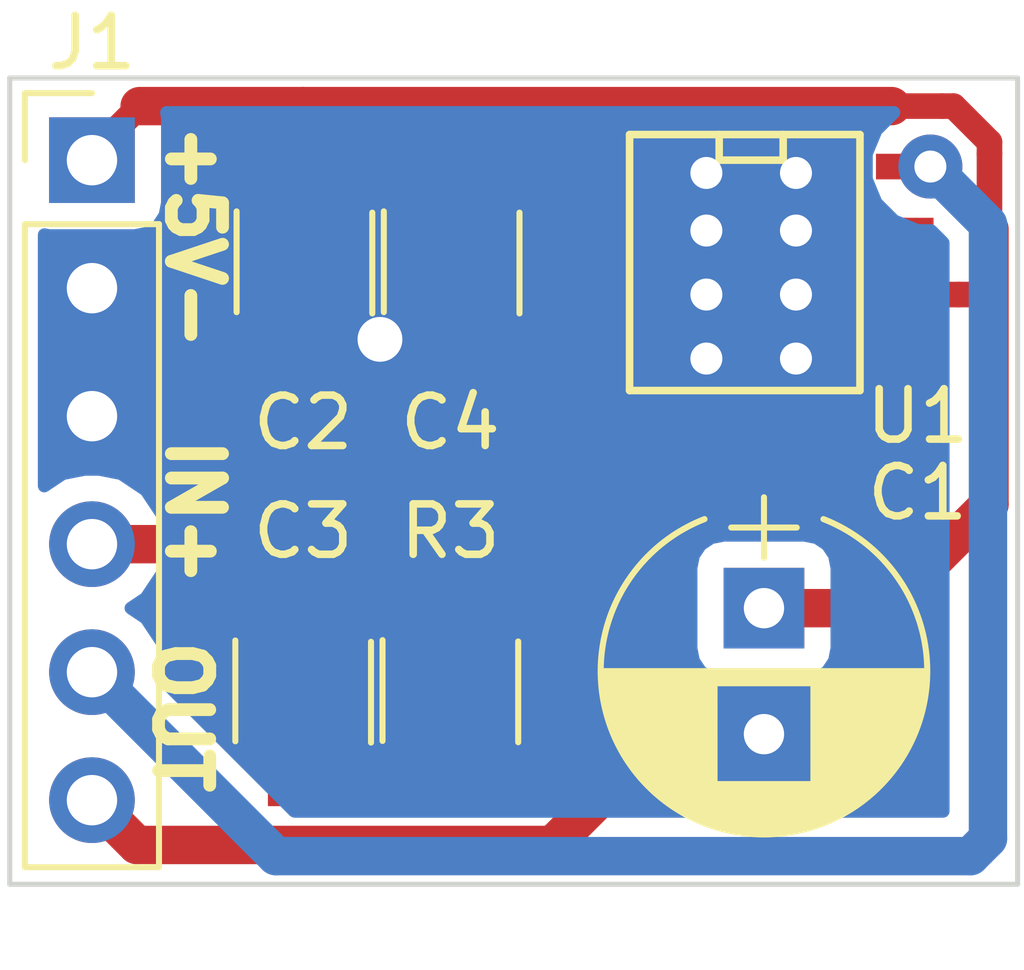
<source format=kicad_pcb>
(kicad_pcb (version 20171130) (host pcbnew "(5.0.0-rc2-dev-107-g49486b83b)")

  (general
    (thickness 1.6)
    (drawings 7)
    (tracks 69)
    (zones 0)
    (modules 7)
    (nets 9)
  )

  (page A4)
  (layers
    (0 F.Cu signal)
    (31 B.Cu signal)
    (32 B.Adhes user)
    (33 F.Adhes user)
    (34 B.Paste user)
    (35 F.Paste user)
    (36 B.SilkS user)
    (37 F.SilkS user)
    (38 B.Mask user)
    (39 F.Mask user)
    (40 Dwgs.User user)
    (41 Cmts.User user)
    (42 Eco1.User user)
    (43 Eco2.User user)
    (44 Edge.Cuts user)
    (45 Margin user)
    (46 B.CrtYd user)
    (47 F.CrtYd user)
    (48 B.Fab user)
    (49 F.Fab user)
  )

  (setup
    (last_trace_width 0.762)
    (user_trace_width 0.254)
    (user_trace_width 0.508)
    (user_trace_width 0.762)
    (user_trace_width 1.016)
    (user_trace_width 1.27)
    (user_trace_width 1.524)
    (user_trace_width 1.778)
    (user_trace_width 2.032)
    (trace_clearance 0.2)
    (zone_clearance 0.508)
    (zone_45_only no)
    (trace_min 0.2)
    (segment_width 0.2)
    (edge_width 0.1)
    (via_size 0.8)
    (via_drill 0.4)
    (via_min_size 0.4)
    (via_min_drill 0.3)
    (user_via 0.635 0.3048)
    (user_via 0.762 0.381)
    (user_via 1.016 0.508)
    (user_via 1.27 0.635)
    (user_via 1.524 0.762)
    (user_via 1.778 0.889)
    (user_via 2.032 1.016)
    (user_via 2.286 1.143)
    (uvia_size 0.3)
    (uvia_drill 0.1)
    (uvias_allowed no)
    (uvia_min_size 0.2)
    (uvia_min_drill 0.1)
    (pcb_text_width 0.3)
    (pcb_text_size 1.5 1.5)
    (mod_edge_width 0.15)
    (mod_text_size 1 1)
    (mod_text_width 0.15)
    (pad_size 1.6 1.6)
    (pad_drill 0.8)
    (pad_to_mask_clearance 0)
    (aux_axis_origin 0 0)
    (visible_elements 7FFFFFFF)
    (pcbplotparams
      (layerselection 0x010fc_ffffffff)
      (usegerberextensions false)
      (usegerberattributes false)
      (usegerberadvancedattributes false)
      (creategerberjobfile false)
      (excludeedgelayer true)
      (linewidth 0.100000)
      (plotframeref false)
      (viasonmask false)
      (mode 1)
      (useauxorigin false)
      (hpglpennumber 1)
      (hpglpenspeed 20)
      (hpglpendiameter 15)
      (psnegative false)
      (psa4output false)
      (plotreference true)
      (plotvalue true)
      (plotinvisibletext false)
      (padsonsilk false)
      (subtractmaskfromsilk false)
      (outputformat 1)
      (mirror false)
      (drillshape 1)
      (scaleselection 1)
      (outputdirectory ""))
  )

  (net 0 "")
  (net 1 /VCC)
  (net 2 /GND)
  (net 3 /VIN)
  (net 4 "Net-(C3-Pad1)")
  (net 5 "Net-(C4-Pad1)")
  (net 6 "Net-(R3-Pad1)")
  (net 7 /VO1)
  (net 8 /VO2)

  (net_class Default "This is the default net class."
    (clearance 0.2)
    (trace_width 0.25)
    (via_dia 0.8)
    (via_drill 0.4)
    (uvia_dia 0.3)
    (uvia_drill 0.1)
    (add_net /GND)
    (add_net /VCC)
    (add_net /VIN)
    (add_net /VO1)
    (add_net /VO2)
    (add_net "Net-(C3-Pad1)")
    (add_net "Net-(C4-Pad1)")
    (add_net "Net-(R3-Pad1)")
  )

  (module Capacitors_ThroughHole:CP_Radial_D6.3mm_P2.50mm (layer F.Cu) (tedit 5AA484B8) (tstamp 5AA3DBE0)
    (at 116.967 104.521 270)
    (descr "CP, Radial series, Radial, pin pitch=2.50mm, , diameter=6.3mm, Electrolytic Capacitor")
    (tags "CP Radial series Radial pin pitch 2.50mm  diameter 6.3mm Electrolytic Capacitor")
    (path /5A8BBFCE)
    (fp_text reference C1 (at -2.286 -3.048) (layer F.SilkS)
      (effects (font (size 1 1) (thickness 0.15)))
    )
    (fp_text value 470uF (at 1.27 -4.318 270) (layer F.Fab)
      (effects (font (size 1 1) (thickness 0.15)))
    )
    (fp_arc (start 1.25 0) (end -1.767482 -1.18) (angle 137.3) (layer F.SilkS) (width 0.12))
    (fp_arc (start 1.25 0) (end -1.767482 1.18) (angle -137.3) (layer F.SilkS) (width 0.12))
    (fp_arc (start 1.25 0) (end 4.267482 -1.18) (angle 42.7) (layer F.SilkS) (width 0.12))
    (fp_circle (center 1.25 0) (end 4.4 0) (layer F.Fab) (width 0.1))
    (fp_line (start -2.2 0) (end -1 0) (layer F.Fab) (width 0.1))
    (fp_line (start -1.6 -0.65) (end -1.6 0.65) (layer F.Fab) (width 0.1))
    (fp_line (start 1.25 -3.2) (end 1.25 3.2) (layer F.SilkS) (width 0.12))
    (fp_line (start 1.29 -3.2) (end 1.29 3.2) (layer F.SilkS) (width 0.12))
    (fp_line (start 1.33 -3.2) (end 1.33 3.2) (layer F.SilkS) (width 0.12))
    (fp_line (start 1.37 -3.198) (end 1.37 3.198) (layer F.SilkS) (width 0.12))
    (fp_line (start 1.41 -3.197) (end 1.41 3.197) (layer F.SilkS) (width 0.12))
    (fp_line (start 1.45 -3.194) (end 1.45 3.194) (layer F.SilkS) (width 0.12))
    (fp_line (start 1.49 -3.192) (end 1.49 3.192) (layer F.SilkS) (width 0.12))
    (fp_line (start 1.53 -3.188) (end 1.53 -0.98) (layer F.SilkS) (width 0.12))
    (fp_line (start 1.53 0.98) (end 1.53 3.188) (layer F.SilkS) (width 0.12))
    (fp_line (start 1.57 -3.185) (end 1.57 -0.98) (layer F.SilkS) (width 0.12))
    (fp_line (start 1.57 0.98) (end 1.57 3.185) (layer F.SilkS) (width 0.12))
    (fp_line (start 1.61 -3.18) (end 1.61 -0.98) (layer F.SilkS) (width 0.12))
    (fp_line (start 1.61 0.98) (end 1.61 3.18) (layer F.SilkS) (width 0.12))
    (fp_line (start 1.65 -3.176) (end 1.65 -0.98) (layer F.SilkS) (width 0.12))
    (fp_line (start 1.65 0.98) (end 1.65 3.176) (layer F.SilkS) (width 0.12))
    (fp_line (start 1.69 -3.17) (end 1.69 -0.98) (layer F.SilkS) (width 0.12))
    (fp_line (start 1.69 0.98) (end 1.69 3.17) (layer F.SilkS) (width 0.12))
    (fp_line (start 1.73 -3.165) (end 1.73 -0.98) (layer F.SilkS) (width 0.12))
    (fp_line (start 1.73 0.98) (end 1.73 3.165) (layer F.SilkS) (width 0.12))
    (fp_line (start 1.77 -3.158) (end 1.77 -0.98) (layer F.SilkS) (width 0.12))
    (fp_line (start 1.77 0.98) (end 1.77 3.158) (layer F.SilkS) (width 0.12))
    (fp_line (start 1.81 -3.152) (end 1.81 -0.98) (layer F.SilkS) (width 0.12))
    (fp_line (start 1.81 0.98) (end 1.81 3.152) (layer F.SilkS) (width 0.12))
    (fp_line (start 1.85 -3.144) (end 1.85 -0.98) (layer F.SilkS) (width 0.12))
    (fp_line (start 1.85 0.98) (end 1.85 3.144) (layer F.SilkS) (width 0.12))
    (fp_line (start 1.89 -3.137) (end 1.89 -0.98) (layer F.SilkS) (width 0.12))
    (fp_line (start 1.89 0.98) (end 1.89 3.137) (layer F.SilkS) (width 0.12))
    (fp_line (start 1.93 -3.128) (end 1.93 -0.98) (layer F.SilkS) (width 0.12))
    (fp_line (start 1.93 0.98) (end 1.93 3.128) (layer F.SilkS) (width 0.12))
    (fp_line (start 1.971 -3.119) (end 1.971 -0.98) (layer F.SilkS) (width 0.12))
    (fp_line (start 1.971 0.98) (end 1.971 3.119) (layer F.SilkS) (width 0.12))
    (fp_line (start 2.011 -3.11) (end 2.011 -0.98) (layer F.SilkS) (width 0.12))
    (fp_line (start 2.011 0.98) (end 2.011 3.11) (layer F.SilkS) (width 0.12))
    (fp_line (start 2.051 -3.1) (end 2.051 -0.98) (layer F.SilkS) (width 0.12))
    (fp_line (start 2.051 0.98) (end 2.051 3.1) (layer F.SilkS) (width 0.12))
    (fp_line (start 2.091 -3.09) (end 2.091 -0.98) (layer F.SilkS) (width 0.12))
    (fp_line (start 2.091 0.98) (end 2.091 3.09) (layer F.SilkS) (width 0.12))
    (fp_line (start 2.131 -3.079) (end 2.131 -0.98) (layer F.SilkS) (width 0.12))
    (fp_line (start 2.131 0.98) (end 2.131 3.079) (layer F.SilkS) (width 0.12))
    (fp_line (start 2.171 -3.067) (end 2.171 -0.98) (layer F.SilkS) (width 0.12))
    (fp_line (start 2.171 0.98) (end 2.171 3.067) (layer F.SilkS) (width 0.12))
    (fp_line (start 2.211 -3.055) (end 2.211 -0.98) (layer F.SilkS) (width 0.12))
    (fp_line (start 2.211 0.98) (end 2.211 3.055) (layer F.SilkS) (width 0.12))
    (fp_line (start 2.251 -3.042) (end 2.251 -0.98) (layer F.SilkS) (width 0.12))
    (fp_line (start 2.251 0.98) (end 2.251 3.042) (layer F.SilkS) (width 0.12))
    (fp_line (start 2.291 -3.029) (end 2.291 -0.98) (layer F.SilkS) (width 0.12))
    (fp_line (start 2.291 0.98) (end 2.291 3.029) (layer F.SilkS) (width 0.12))
    (fp_line (start 2.331 -3.015) (end 2.331 -0.98) (layer F.SilkS) (width 0.12))
    (fp_line (start 2.331 0.98) (end 2.331 3.015) (layer F.SilkS) (width 0.12))
    (fp_line (start 2.371 -3.001) (end 2.371 -0.98) (layer F.SilkS) (width 0.12))
    (fp_line (start 2.371 0.98) (end 2.371 3.001) (layer F.SilkS) (width 0.12))
    (fp_line (start 2.411 -2.986) (end 2.411 -0.98) (layer F.SilkS) (width 0.12))
    (fp_line (start 2.411 0.98) (end 2.411 2.986) (layer F.SilkS) (width 0.12))
    (fp_line (start 2.451 -2.97) (end 2.451 -0.98) (layer F.SilkS) (width 0.12))
    (fp_line (start 2.451 0.98) (end 2.451 2.97) (layer F.SilkS) (width 0.12))
    (fp_line (start 2.491 -2.954) (end 2.491 -0.98) (layer F.SilkS) (width 0.12))
    (fp_line (start 2.491 0.98) (end 2.491 2.954) (layer F.SilkS) (width 0.12))
    (fp_line (start 2.531 -2.937) (end 2.531 -0.98) (layer F.SilkS) (width 0.12))
    (fp_line (start 2.531 0.98) (end 2.531 2.937) (layer F.SilkS) (width 0.12))
    (fp_line (start 2.571 -2.919) (end 2.571 -0.98) (layer F.SilkS) (width 0.12))
    (fp_line (start 2.571 0.98) (end 2.571 2.919) (layer F.SilkS) (width 0.12))
    (fp_line (start 2.611 -2.901) (end 2.611 -0.98) (layer F.SilkS) (width 0.12))
    (fp_line (start 2.611 0.98) (end 2.611 2.901) (layer F.SilkS) (width 0.12))
    (fp_line (start 2.651 -2.882) (end 2.651 -0.98) (layer F.SilkS) (width 0.12))
    (fp_line (start 2.651 0.98) (end 2.651 2.882) (layer F.SilkS) (width 0.12))
    (fp_line (start 2.691 -2.863) (end 2.691 -0.98) (layer F.SilkS) (width 0.12))
    (fp_line (start 2.691 0.98) (end 2.691 2.863) (layer F.SilkS) (width 0.12))
    (fp_line (start 2.731 -2.843) (end 2.731 -0.98) (layer F.SilkS) (width 0.12))
    (fp_line (start 2.731 0.98) (end 2.731 2.843) (layer F.SilkS) (width 0.12))
    (fp_line (start 2.771 -2.822) (end 2.771 -0.98) (layer F.SilkS) (width 0.12))
    (fp_line (start 2.771 0.98) (end 2.771 2.822) (layer F.SilkS) (width 0.12))
    (fp_line (start 2.811 -2.8) (end 2.811 -0.98) (layer F.SilkS) (width 0.12))
    (fp_line (start 2.811 0.98) (end 2.811 2.8) (layer F.SilkS) (width 0.12))
    (fp_line (start 2.851 -2.778) (end 2.851 -0.98) (layer F.SilkS) (width 0.12))
    (fp_line (start 2.851 0.98) (end 2.851 2.778) (layer F.SilkS) (width 0.12))
    (fp_line (start 2.891 -2.755) (end 2.891 -0.98) (layer F.SilkS) (width 0.12))
    (fp_line (start 2.891 0.98) (end 2.891 2.755) (layer F.SilkS) (width 0.12))
    (fp_line (start 2.931 -2.731) (end 2.931 -0.98) (layer F.SilkS) (width 0.12))
    (fp_line (start 2.931 0.98) (end 2.931 2.731) (layer F.SilkS) (width 0.12))
    (fp_line (start 2.971 -2.706) (end 2.971 -0.98) (layer F.SilkS) (width 0.12))
    (fp_line (start 2.971 0.98) (end 2.971 2.706) (layer F.SilkS) (width 0.12))
    (fp_line (start 3.011 -2.681) (end 3.011 -0.98) (layer F.SilkS) (width 0.12))
    (fp_line (start 3.011 0.98) (end 3.011 2.681) (layer F.SilkS) (width 0.12))
    (fp_line (start 3.051 -2.654) (end 3.051 -0.98) (layer F.SilkS) (width 0.12))
    (fp_line (start 3.051 0.98) (end 3.051 2.654) (layer F.SilkS) (width 0.12))
    (fp_line (start 3.091 -2.627) (end 3.091 -0.98) (layer F.SilkS) (width 0.12))
    (fp_line (start 3.091 0.98) (end 3.091 2.627) (layer F.SilkS) (width 0.12))
    (fp_line (start 3.131 -2.599) (end 3.131 -0.98) (layer F.SilkS) (width 0.12))
    (fp_line (start 3.131 0.98) (end 3.131 2.599) (layer F.SilkS) (width 0.12))
    (fp_line (start 3.171 -2.57) (end 3.171 -0.98) (layer F.SilkS) (width 0.12))
    (fp_line (start 3.171 0.98) (end 3.171 2.57) (layer F.SilkS) (width 0.12))
    (fp_line (start 3.211 -2.54) (end 3.211 -0.98) (layer F.SilkS) (width 0.12))
    (fp_line (start 3.211 0.98) (end 3.211 2.54) (layer F.SilkS) (width 0.12))
    (fp_line (start 3.251 -2.51) (end 3.251 -0.98) (layer F.SilkS) (width 0.12))
    (fp_line (start 3.251 0.98) (end 3.251 2.51) (layer F.SilkS) (width 0.12))
    (fp_line (start 3.291 -2.478) (end 3.291 -0.98) (layer F.SilkS) (width 0.12))
    (fp_line (start 3.291 0.98) (end 3.291 2.478) (layer F.SilkS) (width 0.12))
    (fp_line (start 3.331 -2.445) (end 3.331 -0.98) (layer F.SilkS) (width 0.12))
    (fp_line (start 3.331 0.98) (end 3.331 2.445) (layer F.SilkS) (width 0.12))
    (fp_line (start 3.371 -2.411) (end 3.371 -0.98) (layer F.SilkS) (width 0.12))
    (fp_line (start 3.371 0.98) (end 3.371 2.411) (layer F.SilkS) (width 0.12))
    (fp_line (start 3.411 -2.375) (end 3.411 -0.98) (layer F.SilkS) (width 0.12))
    (fp_line (start 3.411 0.98) (end 3.411 2.375) (layer F.SilkS) (width 0.12))
    (fp_line (start 3.451 -2.339) (end 3.451 -0.98) (layer F.SilkS) (width 0.12))
    (fp_line (start 3.451 0.98) (end 3.451 2.339) (layer F.SilkS) (width 0.12))
    (fp_line (start 3.491 -2.301) (end 3.491 2.301) (layer F.SilkS) (width 0.12))
    (fp_line (start 3.531 -2.262) (end 3.531 2.262) (layer F.SilkS) (width 0.12))
    (fp_line (start 3.571 -2.222) (end 3.571 2.222) (layer F.SilkS) (width 0.12))
    (fp_line (start 3.611 -2.18) (end 3.611 2.18) (layer F.SilkS) (width 0.12))
    (fp_line (start 3.651 -2.137) (end 3.651 2.137) (layer F.SilkS) (width 0.12))
    (fp_line (start 3.691 -2.092) (end 3.691 2.092) (layer F.SilkS) (width 0.12))
    (fp_line (start 3.731 -2.045) (end 3.731 2.045) (layer F.SilkS) (width 0.12))
    (fp_line (start 3.771 -1.997) (end 3.771 1.997) (layer F.SilkS) (width 0.12))
    (fp_line (start 3.811 -1.946) (end 3.811 1.946) (layer F.SilkS) (width 0.12))
    (fp_line (start 3.851 -1.894) (end 3.851 1.894) (layer F.SilkS) (width 0.12))
    (fp_line (start 3.891 -1.839) (end 3.891 1.839) (layer F.SilkS) (width 0.12))
    (fp_line (start 3.931 -1.781) (end 3.931 1.781) (layer F.SilkS) (width 0.12))
    (fp_line (start 3.971 -1.721) (end 3.971 1.721) (layer F.SilkS) (width 0.12))
    (fp_line (start 4.011 -1.658) (end 4.011 1.658) (layer F.SilkS) (width 0.12))
    (fp_line (start 4.051 -1.591) (end 4.051 1.591) (layer F.SilkS) (width 0.12))
    (fp_line (start 4.091 -1.52) (end 4.091 1.52) (layer F.SilkS) (width 0.12))
    (fp_line (start 4.131 -1.445) (end 4.131 1.445) (layer F.SilkS) (width 0.12))
    (fp_line (start 4.171 -1.364) (end 4.171 1.364) (layer F.SilkS) (width 0.12))
    (fp_line (start 4.211 -1.278) (end 4.211 1.278) (layer F.SilkS) (width 0.12))
    (fp_line (start 4.251 -1.184) (end 4.251 1.184) (layer F.SilkS) (width 0.12))
    (fp_line (start 4.291 -1.081) (end 4.291 1.081) (layer F.SilkS) (width 0.12))
    (fp_line (start 4.331 -0.966) (end 4.331 0.966) (layer F.SilkS) (width 0.12))
    (fp_line (start 4.371 -0.834) (end 4.371 0.834) (layer F.SilkS) (width 0.12))
    (fp_line (start 4.411 -0.676) (end 4.411 0.676) (layer F.SilkS) (width 0.12))
    (fp_line (start 4.451 -0.468) (end 4.451 0.468) (layer F.SilkS) (width 0.12))
    (fp_line (start -2.2 0) (end -1 0) (layer F.SilkS) (width 0.12))
    (fp_line (start -1.6 -0.65) (end -1.6 0.65) (layer F.SilkS) (width 0.12))
    (fp_line (start -2.25 -3.5) (end -2.25 3.5) (layer F.CrtYd) (width 0.05))
    (fp_line (start -2.25 3.5) (end 4.75 3.5) (layer F.CrtYd) (width 0.05))
    (fp_line (start 4.75 3.5) (end 4.75 -3.5) (layer F.CrtYd) (width 0.05))
    (fp_line (start 4.75 -3.5) (end -2.25 -3.5) (layer F.CrtYd) (width 0.05))
    (fp_text user %R (at -2.286 -3.048) (layer F.Fab)
      (effects (font (size 1 1) (thickness 0.15)))
    )
    (pad 1 thru_hole rect (at 0 0 270) (size 1.6 1.6) (drill 0.8) (layers *.Cu *.Mask)
      (net 1 /VCC))
    (pad 2 thru_hole circle (at 2.5 0 270) (size 1.6 1.6) (drill 0.8) (layers *.Cu *.Mask)
      (net 2 /GND) (zone_connect 2))
    (model ${KISYS3DMOD}/Capacitors_THT.3dshapes/CP_Radial_D6.3mm_P2.50mm.wrl
      (at (xyz 0 0 0))
      (scale (xyz 1 1 1))
      (rotate (xyz 0 0 0))
    )
  )

  (module SoftEggKiCAD:C_1509 (layer F.Cu) (tedit 5AA4764B) (tstamp 5AA3DFC1)
    (at 110.5916 105.918 270)
    (descr "Capacitor SMD 1509, reflow soldering, AVX (see smccp.pdf)")
    (tags "capacitor 1509")
    (path /5A8BD036)
    (attr smd)
    (fp_text reference R3 (at -2.921 -0.1524) (layer F.SilkS)
      (effects (font (size 1 1) (thickness 0.15)))
    )
    (fp_text value R (at 0.254 -0.1524 270) (layer F.Fab)
      (effects (font (size 1 1) (thickness 0.15)))
    )
    (fp_text user %R (at -2.921 -0.1524) (layer F.Fab)
      (effects (font (size 1 1) (thickness 0.15)))
    )
    (fp_line (start -1.6002 0.9398) (end -1.6 -1.25) (layer F.Fab) (width 0.1))
    (fp_line (start 2.1082 0.9398) (end -1.5998 0.9398) (layer F.Fab) (width 0.1))
    (fp_line (start 2.108 -1.2246) (end 2.1082 0.9398) (layer F.Fab) (width 0.1))
    (fp_line (start -1.6002 -1.2446) (end 2.1082 -1.2446) (layer F.Fab) (width 0.1))
    (fp_line (start 1.2634 -1.4986) (end -0.7366 -1.4986) (layer F.SilkS) (width 0.12))
    (fp_line (start -0.762 1.1938) (end 1.238 1.1938) (layer F.SilkS) (width 0.12))
    (fp_line (start -2.25 -1.5) (end 2.7686 -1.4986) (layer F.CrtYd) (width 0.05))
    (fp_line (start -2.2606 -1.4986) (end -2.2606 1.1938) (layer F.CrtYd) (width 0.05))
    (fp_line (start 2.7686 1.1938) (end 2.7686 -1.4986) (layer F.CrtYd) (width 0.05))
    (fp_line (start 2.7686 1.1938) (end -2.2606 1.1938) (layer F.CrtYd) (width 0.05))
    (pad 1 smd rect (at -1.524 -0.1524 270) (size 1 1.4) (layers F.Cu F.Paste F.Mask)
      (net 6 "Net-(R3-Pad1)"))
    (pad 2 smd rect (at 2.032 -0.1524 270) (size 1 1.4) (layers F.Cu F.Paste F.Mask)
      (net 4 "Net-(C3-Pad1)"))
    (model Capacitors_SMD.3dshapes/C_1210.wrl
      (at (xyz 0 0 0))
      (scale (xyz 1 1 1))
      (rotate (xyz 0 0 0))
    )
  )

  (module SoftEggKiCAD:C_1509 (layer F.Cu) (tedit 5AA4769C) (tstamp 5AA3DC02)
    (at 107.9754 106.426 90)
    (descr "Capacitor SMD 1509, reflow soldering, AVX (see smccp.pdf)")
    (tags "capacitor 1509")
    (path /5A8BD103)
    (attr smd)
    (fp_text reference C3 (at 3.429 -0.1524 180) (layer F.SilkS)
      (effects (font (size 1 1) (thickness 0.15)))
    )
    (fp_text value 0.39uF (at 0.254 -0.1524 90) (layer F.Fab)
      (effects (font (size 1 0.508) (thickness 0.127)))
    )
    (fp_text user %R (at 3.429 -0.1524 180) (layer F.Fab)
      (effects (font (size 1 1) (thickness 0.15)))
    )
    (fp_line (start -1.6002 0.9398) (end -1.6 -1.25) (layer F.Fab) (width 0.1))
    (fp_line (start 2.1082 0.9398) (end -1.5998 0.9398) (layer F.Fab) (width 0.1))
    (fp_line (start 2.108 -1.2246) (end 2.1082 0.9398) (layer F.Fab) (width 0.1))
    (fp_line (start -1.6002 -1.2446) (end 2.1082 -1.2446) (layer F.Fab) (width 0.1))
    (fp_line (start 1.2634 -1.4986) (end -0.7366 -1.4986) (layer F.SilkS) (width 0.12))
    (fp_line (start -0.762 1.1938) (end 1.238 1.1938) (layer F.SilkS) (width 0.12))
    (fp_line (start -2.25 -1.5) (end 2.7686 -1.4986) (layer F.CrtYd) (width 0.05))
    (fp_line (start -2.2606 -1.4986) (end -2.2606 1.1938) (layer F.CrtYd) (width 0.05))
    (fp_line (start 2.7686 1.1938) (end 2.7686 -1.4986) (layer F.CrtYd) (width 0.05))
    (fp_line (start 2.7686 1.1938) (end -2.2606 1.1938) (layer F.CrtYd) (width 0.05))
    (pad 1 smd rect (at -1.524 -0.1524 90) (size 1 1.4) (layers F.Cu F.Paste F.Mask)
      (net 4 "Net-(C3-Pad1)"))
    (pad 2 smd rect (at 2.032 -0.1524 90) (size 1 1.4) (layers F.Cu F.Paste F.Mask)
      (net 3 /VIN))
    (model Capacitors_SMD.3dshapes/C_1210.wrl
      (at (xyz 0 0 0))
      (scale (xyz 1 1 1))
      (rotate (xyz 0 0 0))
    )
  )

  (module SoftEggKiCAD:C_1509 (layer F.Cu) (tedit 5AA4764B) (tstamp 5AA48490)
    (at 110.617 97.409 270)
    (descr "Capacitor SMD 1509, reflow soldering, AVX (see smccp.pdf)")
    (tags "capacitor 1509")
    (path /5A8BD59A)
    (attr smd)
    (fp_text reference C4 (at 3.429 -0.127) (layer F.SilkS)
      (effects (font (size 1 1) (thickness 0.15)))
    )
    (fp_text value 1uF (at 0.254 -0.127 270) (layer F.Fab)
      (effects (font (size 1 1) (thickness 0.15)))
    )
    (fp_text user %R (at 3.429 -0.127) (layer F.Fab)
      (effects (font (size 1 1) (thickness 0.15)))
    )
    (fp_line (start -1.6002 0.9398) (end -1.6 -1.25) (layer F.Fab) (width 0.1))
    (fp_line (start 2.1082 0.9398) (end -1.5998 0.9398) (layer F.Fab) (width 0.1))
    (fp_line (start 2.108 -1.2246) (end 2.1082 0.9398) (layer F.Fab) (width 0.1))
    (fp_line (start -1.6002 -1.2446) (end 2.1082 -1.2446) (layer F.Fab) (width 0.1))
    (fp_line (start 1.2634 -1.4986) (end -0.7366 -1.4986) (layer F.SilkS) (width 0.12))
    (fp_line (start -0.762 1.1938) (end 1.238 1.1938) (layer F.SilkS) (width 0.12))
    (fp_line (start -2.25 -1.5) (end 2.7686 -1.4986) (layer F.CrtYd) (width 0.05))
    (fp_line (start -2.2606 -1.4986) (end -2.2606 1.1938) (layer F.CrtYd) (width 0.05))
    (fp_line (start 2.7686 1.1938) (end 2.7686 -1.4986) (layer F.CrtYd) (width 0.05))
    (fp_line (start 2.7686 1.1938) (end -2.2606 1.1938) (layer F.CrtYd) (width 0.05))
    (pad 1 smd rect (at -1.524 -0.1524 270) (size 1 1.4) (layers F.Cu F.Paste F.Mask)
      (net 5 "Net-(C4-Pad1)"))
    (pad 2 smd rect (at 2.032 -0.1524 270) (size 1 1.4) (layers F.Cu F.Paste F.Mask)
      (net 2 /GND))
    (model Capacitors_SMD.3dshapes/C_1210.wrl
      (at (xyz 0 0 0))
      (scale (xyz 1 1 1))
      (rotate (xyz 0 0 0))
    )
  )

  (module SoftEggKiCAD:C_1509 (layer F.Cu) (tedit 5AA4764B) (tstamp 5AA3E4F7)
    (at 107.696 97.409 270)
    (descr "Capacitor SMD 1509, reflow soldering, AVX (see smccp.pdf)")
    (tags "capacitor 1509")
    (path /5A8BBD7D)
    (attr smd)
    (fp_text reference C2 (at 3.429 -0.127) (layer F.SilkS)
      (effects (font (size 1 1) (thickness 0.15)))
    )
    (fp_text value 1uF (at 0.254 -0.127 270) (layer F.Fab)
      (effects (font (size 1 1) (thickness 0.15)))
    )
    (fp_text user %R (at 3.429 -0.127) (layer F.Fab)
      (effects (font (size 1 1) (thickness 0.15)))
    )
    (fp_line (start -1.6002 0.9398) (end -1.6 -1.25) (layer F.Fab) (width 0.1))
    (fp_line (start 2.1082 0.9398) (end -1.5998 0.9398) (layer F.Fab) (width 0.1))
    (fp_line (start 2.108 -1.2246) (end 2.1082 0.9398) (layer F.Fab) (width 0.1))
    (fp_line (start -1.6002 -1.2446) (end 2.1082 -1.2446) (layer F.Fab) (width 0.1))
    (fp_line (start 1.2634 -1.4986) (end -0.7366 -1.4986) (layer F.SilkS) (width 0.12))
    (fp_line (start -0.762 1.1938) (end 1.238 1.1938) (layer F.SilkS) (width 0.12))
    (fp_line (start -2.25 -1.5) (end 2.7686 -1.4986) (layer F.CrtYd) (width 0.05))
    (fp_line (start -2.2606 -1.4986) (end -2.2606 1.1938) (layer F.CrtYd) (width 0.05))
    (fp_line (start 2.7686 1.1938) (end 2.7686 -1.4986) (layer F.CrtYd) (width 0.05))
    (fp_line (start 2.7686 1.1938) (end -2.2606 1.1938) (layer F.CrtYd) (width 0.05))
    (pad 1 smd rect (at -1.524 -0.1524 270) (size 1 1.4) (layers F.Cu F.Paste F.Mask)
      (net 1 /VCC))
    (pad 2 smd rect (at 2.032 -0.1524 270) (size 1 1.4) (layers F.Cu F.Paste F.Mask)
      (net 2 /GND))
    (model Capacitors_SMD.3dshapes/C_1210.wrl
      (at (xyz 0 0 0))
      (scale (xyz 1 1 1))
      (rotate (xyz 0 0 0))
    )
  )

  (module SMD_Packages:SOIC-8-N (layer F.Cu) (tedit 5AA477E5) (tstamp 5AA4AB42)
    (at 116.586 97.663 270)
    (descr "Module Narrow CMS SOJ 8 pins large")
    (tags "CMS SOJ")
    (path /5A8BB8FB)
    (attr smd)
    (fp_text reference U1 (at 3.048 -3.429) (layer F.SilkS)
      (effects (font (size 1 1) (thickness 0.15)))
    )
    (fp_text value XPT8871 (at 0 1.27 270) (layer F.Fab)
      (effects (font (size 1 0.79) (thickness 0.15)))
    )
    (fp_line (start -2.032 0.508) (end -2.54 0.508) (layer F.SilkS) (width 0.15))
    (fp_line (start -2.032 -0.762) (end -2.032 0.508) (layer F.SilkS) (width 0.15))
    (fp_line (start -2.54 -0.762) (end -2.032 -0.762) (layer F.SilkS) (width 0.15))
    (fp_line (start -2.54 2.286) (end -2.54 -2.286) (layer F.SilkS) (width 0.15))
    (fp_line (start 2.54 2.286) (end -2.54 2.286) (layer F.SilkS) (width 0.15))
    (fp_line (start 2.54 -2.286) (end 2.54 2.286) (layer F.SilkS) (width 0.15))
    (fp_line (start -2.54 -2.286) (end 2.54 -2.286) (layer F.SilkS) (width 0.15))
    (pad 1 smd rect (at -1.905 3.175 270) (size 0.508 1.143) (layers F.Cu F.Paste F.Mask)
      (net 2 /GND))
    (pad 2 smd rect (at -0.635 3.175 270) (size 0.508 1.143) (layers F.Cu F.Paste F.Mask)
      (net 5 "Net-(C4-Pad1)"))
    (pad 3 smd rect (at 0.635 3.175 270) (size 0.508 1.143) (layers F.Cu F.Paste F.Mask)
      (net 2 /GND))
    (pad 4 smd rect (at 1.905 3.175 270) (size 0.508 1.143) (layers F.Cu F.Paste F.Mask)
      (net 6 "Net-(R3-Pad1)"))
    (pad 5 smd rect (at 1.905 -3.175 270) (size 0.508 1.143) (layers F.Cu F.Paste F.Mask)
      (net 7 /VO1))
    (pad 6 smd rect (at 0.635 -3.175 270) (size 0.508 1.143) (layers F.Cu F.Paste F.Mask)
      (net 1 /VCC))
    (pad 7 smd rect (at -0.635 -3.175 270) (size 0.508 1.143) (layers F.Cu F.Paste F.Mask)
      (net 2 /GND))
    (pad 8 smd rect (at -1.905 -3.175 270) (size 0.508 1.143) (layers F.Cu F.Paste F.Mask)
      (net 8 /VO2))
    (model SMD_Packages.3dshapes/SOIC-8-N.wrl
      (at (xyz 0 0 0))
      (scale (xyz 0.5 0.38 0.5))
      (rotate (xyz 0 0 0))
    )
  )

  (module Pin_Headers:Pin_Header_Straight_1x06_Pitch2.54mm (layer F.Cu) (tedit 59650532) (tstamp 5AA3E5DE)
    (at 103.632 95.631)
    (descr "Through hole straight pin header, 1x06, 2.54mm pitch, single row")
    (tags "Through hole pin header THT 1x06 2.54mm single row")
    (path /5AA56D62)
    (fp_text reference J1 (at 0 -2.33) (layer F.SilkS)
      (effects (font (size 1 1) (thickness 0.15)))
    )
    (fp_text value Conn_01x06 (at 7.62 15.24) (layer F.Fab)
      (effects (font (size 1 1) (thickness 0.15)))
    )
    (fp_text user %R (at 0 6.35 90) (layer F.Fab)
      (effects (font (size 1 1) (thickness 0.15)))
    )
    (fp_line (start 1.8 -1.8) (end -1.8 -1.8) (layer F.CrtYd) (width 0.05))
    (fp_line (start 1.8 14.5) (end 1.8 -1.8) (layer F.CrtYd) (width 0.05))
    (fp_line (start -1.8 14.5) (end 1.8 14.5) (layer F.CrtYd) (width 0.05))
    (fp_line (start -1.8 -1.8) (end -1.8 14.5) (layer F.CrtYd) (width 0.05))
    (fp_line (start -1.33 -1.33) (end 0 -1.33) (layer F.SilkS) (width 0.12))
    (fp_line (start -1.33 0) (end -1.33 -1.33) (layer F.SilkS) (width 0.12))
    (fp_line (start -1.33 1.27) (end 1.33 1.27) (layer F.SilkS) (width 0.12))
    (fp_line (start 1.33 1.27) (end 1.33 14.03) (layer F.SilkS) (width 0.12))
    (fp_line (start -1.33 1.27) (end -1.33 14.03) (layer F.SilkS) (width 0.12))
    (fp_line (start -1.33 14.03) (end 1.33 14.03) (layer F.SilkS) (width 0.12))
    (fp_line (start -1.27 -0.635) (end -0.635 -1.27) (layer F.Fab) (width 0.1))
    (fp_line (start -1.27 13.97) (end -1.27 -0.635) (layer F.Fab) (width 0.1))
    (fp_line (start 1.27 13.97) (end -1.27 13.97) (layer F.Fab) (width 0.1))
    (fp_line (start 1.27 -1.27) (end 1.27 13.97) (layer F.Fab) (width 0.1))
    (fp_line (start -0.635 -1.27) (end 1.27 -1.27) (layer F.Fab) (width 0.1))
    (pad 6 thru_hole oval (at 0 12.7) (size 1.7 1.7) (drill 1) (layers *.Cu *.Mask)
      (net 7 /VO1))
    (pad 5 thru_hole oval (at 0 10.16) (size 1.7 1.7) (drill 1) (layers *.Cu *.Mask)
      (net 8 /VO2))
    (pad 4 thru_hole oval (at 0 7.62) (size 1.7 1.7) (drill 1) (layers *.Cu *.Mask)
      (net 3 /VIN))
    (pad 3 thru_hole oval (at 0 5.08) (size 1.7 1.7) (drill 1) (layers *.Cu *.Mask)
      (net 2 /GND))
    (pad 2 thru_hole oval (at 0 2.54) (size 1.7 1.7) (drill 1) (layers *.Cu *.Mask)
      (net 2 /GND))
    (pad 1 thru_hole rect (at 0 0) (size 1.7 1.7) (drill 1) (layers *.Cu *.Mask)
      (net 1 /VCC))
    (model ${KISYS3DMOD}/Pin_Headers.3dshapes/Pin_Header_Straight_1x06_Pitch2.54mm.wrl
      (at (xyz 0 0 0))
      (scale (xyz 1 1 1))
      (rotate (xyz 0 0 0))
    )
  )

  (gr_text OUT (at 105.41 106.68 -90) (layer F.SilkS)
    (effects (font (size 1.016 1.016) (thickness 0.254)))
  )
  (gr_text IN+ (at 105.664 102.616 270) (layer F.SilkS)
    (effects (font (size 1.016 1.016) (thickness 0.254)))
  )
  (gr_text +5V- (at 105.664 97.155 -90) (layer F.SilkS)
    (effects (font (size 1.016 1.016) (thickness 0.254)))
  )
  (gr_line (start 102 110) (end 102 94) (layer Edge.Cuts) (width 0.1))
  (gr_line (start 122 110) (end 102 110) (layer Edge.Cuts) (width 0.1))
  (gr_line (start 122 94) (end 122 110) (layer Edge.Cuts) (width 0.1))
  (gr_line (start 102 94) (end 122 94) (layer Edge.Cuts) (width 0.1))

  (via (at 117.602 99.568) (size 1.27) (drill 0.635) (layers F.Cu B.Cu) (net 2))
  (via (at 115.824 99.568) (size 1.27) (drill 0.635) (layers F.Cu B.Cu) (net 2))
  (via (at 117.602 98.298) (size 1.27) (drill 0.635) (layers F.Cu B.Cu) (net 2))
  (via (at 115.824 98.298) (size 1.27) (drill 0.635) (layers F.Cu B.Cu) (net 2))
  (via (at 117.602 97.028) (size 1.27) (drill 0.635) (layers F.Cu B.Cu) (net 2))
  (via (at 115.824 97.028) (size 1.27) (drill 0.635) (layers F.Cu B.Cu) (net 2))
  (segment (start 107.28299 109.44199) (end 121.06301 109.44199) (width 0.762) (layer B.Cu) (net 8))
  (segment (start 103.632 105.791) (end 107.28299 109.44199) (width 0.762) (layer B.Cu) (net 8))
  (segment (start 121.06301 109.44199) (end 121.412 109.093) (width 0.762) (layer B.Cu) (net 8))
  (segment (start 121.412 109.093) (end 121.412 96.901) (width 0.762) (layer B.Cu) (net 8))
  (segment (start 121.412 96.901) (end 120.269 95.758) (width 0.762) (layer B.Cu) (net 8))
  (via (at 120.269 95.758) (size 1.27) (drill 0.635) (layers F.Cu B.Cu) (net 8))
  (segment (start 119.38 104.521) (end 121.44199 102.45901) (width 0.762) (layer F.Cu) (net 1))
  (segment (start 116.967 104.521) (end 119.38 104.521) (width 0.762) (layer F.Cu) (net 1))
  (segment (start 121.44199 102.45901) (end 121.44199 98.32799) (width 0.762) (layer F.Cu) (net 1))
  (segment (start 121.44199 98.32799) (end 121.412 98.298) (width 0.508) (layer F.Cu) (net 1))
  (segment (start 121.44199 98.26801) (end 121.44199 97) (width 0.762) (layer F.Cu) (net 1))
  (segment (start 121.44199 97) (end 121.44199 95.5) (width 0.508) (layer F.Cu) (net 1) (tstamp 5AA4AF5F))
  (segment (start 121.44199 95.5) (end 121.44199 95.27199) (width 0.508) (layer F.Cu) (net 1) (tstamp 5AA4B284))
  (segment (start 121.412 98.298) (end 121.44199 98.26801) (width 0.508) (layer F.Cu) (net 1))
  (segment (start 121.44199 95.27199) (end 120.72801 94.55801) (width 0.508) (layer F.Cu) (net 1))
  (segment (start 120.72801 94.55801) (end 120.5 94.55801) (width 0.508) (layer F.Cu) (net 1))
  (segment (start 120.5 94.55801) (end 119.5 94.55801) (width 0.508) (layer F.Cu) (net 1) (tstamp 5AA4B281))
  (segment (start 119.5 94.55801) (end 107.823 94.55801) (width 0.762) (layer F.Cu) (net 1) (tstamp 5AA4AF54))
  (segment (start 104.57799 94.55801) (end 103.632 95.504) (width 0.508) (layer F.Cu) (net 1))
  (segment (start 107.823 94.55801) (end 104.57799 94.55801) (width 0.762) (layer F.Cu) (net 1))
  (segment (start 103.632 95.504) (end 103.632 95.631) (width 0.508) (layer F.Cu) (net 1))
  (via (at 117.602 95.885) (size 1.27) (drill 0.635) (layers F.Cu B.Cu) (net 2))
  (via (at 115.824 95.885) (size 1.27) (drill 0.635) (layers F.Cu B.Cu) (net 2) (tstamp 5AA4ABF3))
  (via (at 109.347 99.187) (size 1.778) (drill 0.889) (layers F.Cu B.Cu) (net 2))
  (segment (start 119.761 98.298) (end 120.8405 98.298) (width 0.508) (layer F.Cu) (net 1))
  (segment (start 120.8405 98.298) (end 121.412 98.298) (width 0.508) (layer F.Cu) (net 1))
  (segment (start 107.8484 95.885) (end 107.8484 94.877) (width 1.016) (layer F.Cu) (net 1))
  (segment (start 107.8484 94.877) (end 107.823 94.8516) (width 1.016) (layer F.Cu) (net 1))
  (segment (start 107.823 94.8516) (end 107.823 94.55801) (width 0.508) (layer F.Cu) (net 1))
  (segment (start 113.411 98.298) (end 114.4905 98.298) (width 0.762) (layer F.Cu) (net 2))
  (segment (start 114.4905 98.298) (end 115.7605 97.028) (width 0.508) (layer F.Cu) (net 2))
  (segment (start 113.411 95.758) (end 114.4905 95.758) (width 0.508) (layer F.Cu) (net 2))
  (segment (start 114.4905 95.758) (end 115.7605 97.028) (width 0.508) (layer F.Cu) (net 2))
  (segment (start 115.7605 97.028) (end 118.6815 97.028) (width 0.508) (layer F.Cu) (net 2))
  (segment (start 118.6815 97.028) (end 119.761 97.028) (width 0.508) (layer F.Cu) (net 2))
  (segment (start 113.411 98.298) (end 112.3315 98.298) (width 0.762) (layer F.Cu) (net 2))
  (segment (start 112.3315 98.298) (end 112.2045 98.171) (width 0.508) (layer F.Cu) (net 2))
  (segment (start 112.2045 98.171) (end 110.5074 98.171) (width 0.762) (layer F.Cu) (net 2))
  (segment (start 110.7694 99.441) (end 110.7694 98.433) (width 1.27) (layer F.Cu) (net 2))
  (segment (start 110.7694 98.433) (end 110.5074 98.171) (width 0.508) (layer F.Cu) (net 2))
  (segment (start 110.5074 98.171) (end 107.5864 98.171) (width 0.762) (layer F.Cu) (net 2))
  (segment (start 103.632 98.171) (end 107.5864 98.171) (width 0.762) (layer F.Cu) (net 2))
  (segment (start 107.5864 98.171) (end 107.8484 98.433) (width 0.508) (layer F.Cu) (net 2))
  (segment (start 107.8484 98.433) (end 107.8484 99.441) (width 1.27) (layer F.Cu) (net 2))
  (segment (start 103.632 103.251) (end 107.688 103.251) (width 0.762) (layer F.Cu) (net 3))
  (segment (start 107.688 103.251) (end 107.823 103.386) (width 0.762) (layer F.Cu) (net 3))
  (segment (start 107.823 103.386) (end 107.823 104.394) (width 0.762) (layer F.Cu) (net 3))
  (segment (start 107.823 107.95) (end 110.744 107.95) (width 0.508) (layer F.Cu) (net 4))
  (segment (start 113.411 97.028) (end 111.9124 97.028) (width 0.762) (layer F.Cu) (net 5))
  (segment (start 111.9124 97.028) (end 110.7694 95.885) (width 0.762) (layer F.Cu) (net 5))
  (segment (start 113.411 99.568) (end 113.157 99.568) (width 0.508) (layer F.Cu) (net 6))
  (segment (start 113.157 99.568) (end 112.395 100.33) (width 0.508) (layer F.Cu) (net 6))
  (segment (start 112.395 100.33) (end 112.395 103.951) (width 0.762) (layer F.Cu) (net 6))
  (segment (start 111.952 104.394) (end 112.395 103.951) (width 0.762) (layer F.Cu) (net 6))
  (segment (start 110.744 104.394) (end 111.952 104.394) (width 0.762) (layer F.Cu) (net 6))
  (segment (start 114.808 107.188) (end 112.776 109.22) (width 0.762) (layer F.Cu) (net 7))
  (segment (start 114.808 102.743) (end 114.808 107.188) (width 0.762) (layer F.Cu) (net 7))
  (segment (start 116.332 101.219) (end 114.808 102.743) (width 0.762) (layer F.Cu) (net 7))
  (segment (start 118.872 101.219) (end 116.332 101.219) (width 0.762) (layer F.Cu) (net 7))
  (segment (start 119.761 99.568) (end 119.761 100.33) (width 0.508) (layer F.Cu) (net 7))
  (segment (start 119.761 100.33) (end 118.872 101.219) (width 0.762) (layer F.Cu) (net 7))
  (segment (start 112.776 109.22) (end 104.521 109.22) (width 0.762) (layer F.Cu) (net 7))
  (segment (start 104.521 109.22) (end 103.632 108.331) (width 0.762) (layer F.Cu) (net 7))

  (zone (net 2) (net_name /GND) (layer B.Cu) (tstamp 0) (hatch edge 0.508)
    (connect_pads yes (clearance 0.508))
    (min_thickness 0.254)
    (fill yes (arc_segments 16) (thermal_gap 0.508) (thermal_bridge_width 0.508))
    (polygon
      (pts
        (xy 102 94) (xy 122 94) (xy 122 110) (xy 102 110)
      )
    )
    (filled_polygon
      (pts
        (xy 119.192346 95.038603) (xy 118.999 95.505381) (xy 118.999 96.010619) (xy 119.192346 96.477397) (xy 119.549603 96.834654)
        (xy 120.016381 97.028) (xy 120.281764 97.028) (xy 120.523001 97.269237) (xy 120.523 108.55299) (xy 107.651226 108.55299)
        (xy 105.103477 106.005242) (xy 105.146092 105.791) (xy 105.030839 105.211582) (xy 104.702625 104.720375) (xy 104.404239 104.521)
        (xy 104.702625 104.321625) (xy 105.030839 103.830418) (xy 105.052603 103.721) (xy 115.51956 103.721) (xy 115.51956 105.321)
        (xy 115.568843 105.568765) (xy 115.709191 105.778809) (xy 115.919235 105.919157) (xy 116.167 105.96844) (xy 117.767 105.96844)
        (xy 118.014765 105.919157) (xy 118.224809 105.778809) (xy 118.365157 105.568765) (xy 118.41444 105.321) (xy 118.41444 103.721)
        (xy 118.365157 103.473235) (xy 118.224809 103.263191) (xy 118.014765 103.122843) (xy 117.767 103.07356) (xy 116.167 103.07356)
        (xy 115.919235 103.122843) (xy 115.709191 103.263191) (xy 115.568843 103.473235) (xy 115.51956 103.721) (xy 105.052603 103.721)
        (xy 105.146092 103.251) (xy 105.030839 102.671582) (xy 104.702625 102.180375) (xy 104.211418 101.852161) (xy 103.778256 101.766)
        (xy 103.485744 101.766) (xy 103.052582 101.852161) (xy 102.685 102.097771) (xy 102.685 97.109146) (xy 102.782 97.12844)
        (xy 104.482 97.12844) (xy 104.729765 97.079157) (xy 104.939809 96.938809) (xy 105.080157 96.728765) (xy 105.12944 96.481)
        (xy 105.12944 94.781) (xy 105.110345 94.685) (xy 119.545949 94.685)
      )
    )
  )
)

</source>
